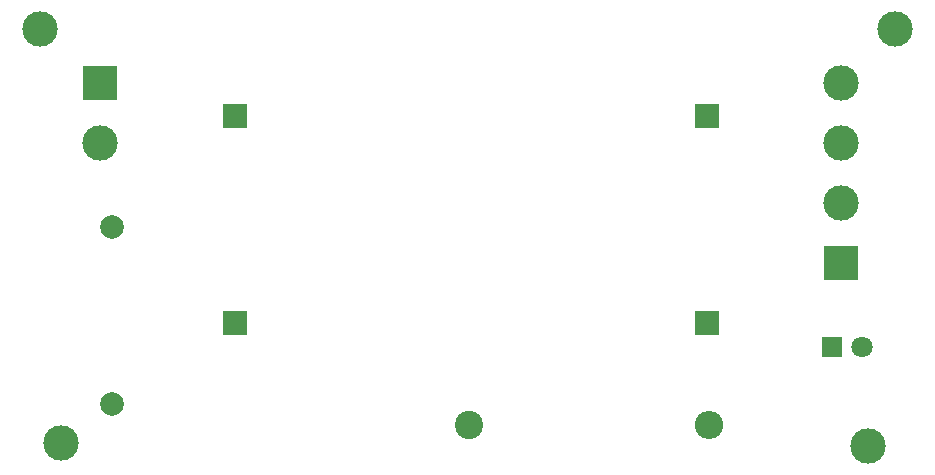
<source format=gbr>
G04 #@! TF.GenerationSoftware,KiCad,Pcbnew,(5.1.2)-2*
G04 #@! TF.CreationDate,2020-09-10T12:30:11+07:00*
G04 #@! TF.ProjectId,power,706f7765-722e-46b6-9963-61645f706362,rev?*
G04 #@! TF.SameCoordinates,Original*
G04 #@! TF.FileFunction,Copper,L1,Top*
G04 #@! TF.FilePolarity,Positive*
%FSLAX46Y46*%
G04 Gerber Fmt 4.6, Leading zero omitted, Abs format (unit mm)*
G04 Created by KiCad (PCBNEW (5.1.2)-2) date 2020-09-10 12:30:11*
%MOMM*%
%LPD*%
G04 APERTURE LIST*
%ADD10R,1.800000X1.800000*%
%ADD11C,1.800000*%
%ADD12C,2.000000*%
%ADD13R,3.000000X3.000000*%
%ADD14C,3.000000*%
%ADD15R,2.000000X2.000000*%
%ADD16C,2.400000*%
%ADD17O,2.400000X2.400000*%
G04 APERTURE END LIST*
D10*
X158496000Y-74930000D03*
D11*
X161036000Y-74930000D03*
D12*
X97536000Y-79756000D03*
X97536000Y-64756000D03*
D13*
X96520000Y-52578000D03*
D14*
X96520000Y-57658000D03*
D15*
X107950000Y-55372000D03*
X107950000Y-72872000D03*
X147950000Y-55372000D03*
X147950000Y-72872000D03*
D14*
X159258000Y-62738000D03*
X159258000Y-57658000D03*
D13*
X159258000Y-67818000D03*
D14*
X159258000Y-52578000D03*
D16*
X127762000Y-81534000D03*
D17*
X148082000Y-81534000D03*
D14*
X91440000Y-48006000D03*
X93218000Y-83058000D03*
X163830000Y-48006000D03*
X161544000Y-83312000D03*
M02*

</source>
